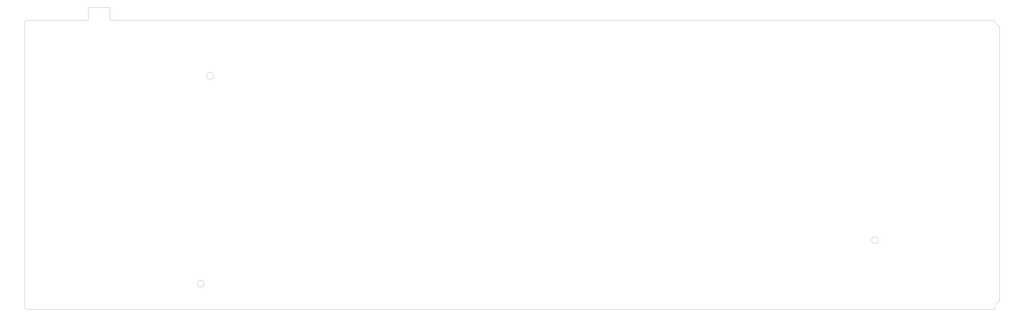
<source format=gbr>
G04 #@! TF.GenerationSoftware,KiCad,Pcbnew,(5.0.2)-1*
G04 #@! TF.CreationDate,2019-07-28T17:57:46-07:00*
G04 #@! TF.ProjectId,ODKB_Board,4f444b42-5f42-46f6-9172-642e6b696361,rev?*
G04 #@! TF.SameCoordinates,Original*
G04 #@! TF.FileFunction,Profile,NP*
%FSLAX46Y46*%
G04 Gerber Fmt 4.6, Leading zero omitted, Abs format (unit mm)*
G04 Created by KiCad (PCBNEW (5.0.2)-1) date 7/28/2019 5:57:46 PM*
%MOMM*%
%LPD*%
G01*
G04 APERTURE LIST*
%ADD10C,0.100000*%
G04 APERTURE END LIST*
D10*
X305750000Y-241250000D02*
X305750000Y-246750000D01*
X296250000Y-241250000D02*
X305750000Y-241250000D01*
X268500000Y-372250000D02*
X269250000Y-373000000D01*
X268500000Y-247500000D02*
X269250000Y-246750000D01*
X691212615Y-373000259D02*
G75*
G02X693500001Y-369250001I5037385J-499741D01*
G01*
X693507686Y-249691812D02*
G75*
G02X691250001Y-246749999I2742314J4441812D01*
G01*
X305750000Y-246750000D02*
X691250000Y-246750000D01*
X296250000Y-246750000D02*
X296250000Y-241250000D01*
X269250000Y-246750000D02*
X296250000Y-246750000D01*
X346800833Y-361800000D02*
G75*
G03X346800833Y-361800000I-1500833J0D01*
G01*
X350950833Y-271025000D02*
G75*
G03X350950833Y-271025000I-1500833J0D01*
G01*
X640750833Y-342800000D02*
G75*
G03X640750833Y-342800000I-1500833J0D01*
G01*
X693500000Y-369250000D02*
X693510000Y-249700000D01*
X269250000Y-373000000D02*
X691210000Y-373000000D01*
X268500000Y-247500000D02*
X268500000Y-372250000D01*
M02*

</source>
